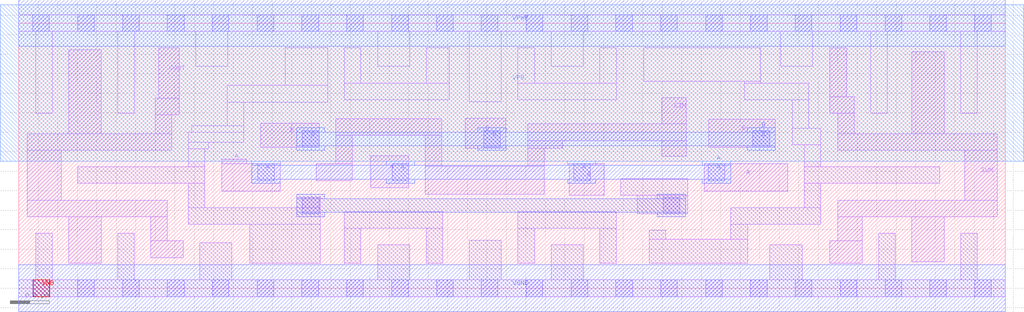
<source format=lef>
# Copyright 2020 The SkyWater PDK Authors
#
# Licensed under the Apache License, Version 2.0 (the "License");
# you may not use this file except in compliance with the License.
# You may obtain a copy of the License at
#
#     https://www.apache.org/licenses/LICENSE-2.0
#
# Unless required by applicable law or agreed to in writing, software
# distributed under the License is distributed on an "AS IS" BASIS,
# WITHOUT WARRANTIES OR CONDITIONS OF ANY KIND, either express or implied.
# See the License for the specific language governing permissions and
# limitations under the License.
#
# SPDX-License-Identifier: Apache-2.0

VERSION 5.7 ;
  NOWIREEXTENSIONATPIN ON ;
  DIVIDERCHAR "/" ;
  BUSBITCHARS "[]" ;
MACRO sky130_fd_sc_hd__fa_4
  CLASS CORE ;
  FOREIGN sky130_fd_sc_hd__fa_4 ;
  ORIGIN  0.000000  0.000000 ;
  SIZE  10.12000 BY  2.720000 ;
  SYMMETRY X Y R90 ;
  SITE unithd ;
  PIN A
    ANTENNAGATEAREA  0.633000 ;
    DIRECTION INPUT ;
    USE SIGNAL ;
    PORT
      LAYER li1 ;
        RECT 2.080000 0.995000 2.680000 1.275000 ;
        RECT 2.080000 1.275000 2.340000 1.325000 ;
      LAYER mcon ;
        RECT 2.450000 1.105000 2.620000 1.275000 ;
    END
    PORT
      LAYER li1 ;
        RECT 3.610000 1.030000 4.000000 1.360000 ;
      LAYER mcon ;
        RECT 3.830000 1.105000 4.000000 1.275000 ;
    END
    PORT
      LAYER li1 ;
        RECT 5.645000 0.955000 6.005000 1.275000 ;
      LAYER mcon ;
        RECT 5.690000 1.105000 5.860000 1.275000 ;
    END
    PORT
      LAYER li1 ;
        RECT 7.030000 0.995000 7.885000 1.275000 ;
      LAYER mcon ;
        RECT 7.070000 1.105000 7.240000 1.275000 ;
    END
    PORT
      LAYER met1 ;
        RECT 2.390000 1.075000 2.680000 1.120000 ;
        RECT 2.390000 1.120000 7.300000 1.260000 ;
        RECT 2.390000 1.260000 2.680000 1.305000 ;
        RECT 3.770000 1.075000 4.060000 1.120000 ;
        RECT 3.770000 1.260000 4.060000 1.305000 ;
        RECT 5.630000 1.075000 5.920000 1.120000 ;
        RECT 5.630000 1.260000 5.920000 1.305000 ;
        RECT 7.010000 1.075000 7.300000 1.120000 ;
        RECT 7.010000 1.260000 7.300000 1.305000 ;
    END
  END A
  PIN B
    ANTENNAGATEAREA  0.633000 ;
    DIRECTION INPUT ;
    USE SIGNAL ;
    PORT
      LAYER li1 ;
        RECT 2.480000 1.445000 3.080000 1.690000 ;
      LAYER mcon ;
        RECT 2.910000 1.445000 3.080000 1.615000 ;
    END
    PORT
      LAYER li1 ;
        RECT 4.580000 1.435000 4.995000 1.745000 ;
      LAYER mcon ;
        RECT 4.770000 1.445000 4.940000 1.615000 ;
    END
    PORT
      LAYER li1 ;
        RECT 7.075000 1.445000 7.760000 1.735000 ;
      LAYER mcon ;
        RECT 7.530000 1.445000 7.700000 1.615000 ;
    END
    PORT
      LAYER met1 ;
        RECT 2.850000 1.415000 3.140000 1.460000 ;
        RECT 2.850000 1.460000 7.760000 1.600000 ;
        RECT 2.850000 1.600000 3.140000 1.645000 ;
        RECT 4.710000 1.415000 5.000000 1.460000 ;
        RECT 4.710000 1.600000 5.000000 1.645000 ;
        RECT 7.470000 1.415000 7.760000 1.460000 ;
        RECT 7.470000 1.600000 7.760000 1.645000 ;
    END
  END B
  PIN CIN
    ANTENNAGATEAREA  0.477000 ;
    DIRECTION INPUT ;
    USE SIGNAL ;
    PORT
      LAYER li1 ;
        RECT 3.050000 1.105000 3.420000 1.275000 ;
        RECT 3.250000 1.275000 3.420000 1.570000 ;
        RECT 3.250000 1.570000 4.340000 1.740000 ;
        RECT 4.170000 0.965000 5.390000 1.250000 ;
        RECT 4.170000 1.250000 4.340000 1.570000 ;
        RECT 5.220000 1.250000 5.390000 1.435000 ;
        RECT 5.220000 1.435000 5.580000 1.515000 ;
        RECT 5.220000 1.515000 6.845000 1.685000 ;
        RECT 6.595000 1.355000 6.845000 1.515000 ;
        RECT 6.595000 1.685000 6.845000 1.955000 ;
    END
  END CIN
  PIN COUT
    ANTENNADIFFAREA  0.891000 ;
    DIRECTION OUTPUT ;
    USE SIGNAL ;
    PORT
      LAYER li1 ;
        RECT 0.085000 0.735000 1.525000 0.905000 ;
        RECT 0.085000 0.905000 0.435000 1.415000 ;
        RECT 0.085000 1.415000 1.570000 1.585000 ;
        RECT 0.515000 0.255000 0.845000 0.735000 ;
        RECT 0.515000 1.585000 0.845000 2.445000 ;
        RECT 1.355000 0.315000 1.685000 0.485000 ;
        RECT 1.355000 0.485000 1.525000 0.735000 ;
        RECT 1.400000 1.585000 1.570000 1.780000 ;
        RECT 1.400000 1.780000 1.645000 1.950000 ;
        RECT 1.435000 1.950000 1.645000 2.465000 ;
    END
  END COUT
  PIN SUM
    ANTENNADIFFAREA  0.943000 ;
    DIRECTION OUTPUT ;
    USE SIGNAL ;
    PORT
      LAYER li1 ;
        RECT 8.320000 0.255000  8.650000 0.485000 ;
        RECT 8.320000 1.795000  8.570000 1.965000 ;
        RECT 8.320000 1.965000  8.490000 2.465000 ;
        RECT 8.400000 0.485000  8.650000 0.735000 ;
        RECT 8.400000 0.735000 10.035000 0.905000 ;
        RECT 8.400000 1.415000 10.035000 1.585000 ;
        RECT 8.400000 1.585000  8.570000 1.795000 ;
        RECT 9.160000 0.270000  9.490000 0.735000 ;
        RECT 9.160000 1.585000  9.490000 2.425000 ;
        RECT 9.700000 0.905000 10.035000 1.415000 ;
    END
  END SUM
  PIN VGND
    DIRECTION INOUT ;
    SHAPE ABUTMENT ;
    USE GROUND ;
    PORT
      LAYER met1 ;
        RECT 0.000000 -0.240000 10.120000 0.240000 ;
    END
  END VGND
  PIN VNB
    DIRECTION INOUT ;
    USE GROUND ;
    PORT
      LAYER pwell ;
        RECT 0.150000 -0.085000 0.320000 0.085000 ;
    END
  END VNB
  PIN VPB
    DIRECTION INOUT ;
    USE POWER ;
    PORT
      LAYER nwell ;
        RECT -0.190000 1.305000 10.310000 2.910000 ;
    END
  END VPB
  PIN VPWR
    DIRECTION INOUT ;
    SHAPE ABUTMENT ;
    USE POWER ;
    PORT
      LAYER met1 ;
        RECT 0.000000 2.480000 10.120000 2.960000 ;
    END
  END VPWR
  OBS
    LAYER li1 ;
      RECT 0.000000 -0.085000 10.120000 0.085000 ;
      RECT 0.000000  2.635000 10.120000 2.805000 ;
      RECT 0.175000  0.085000  0.345000 0.565000 ;
      RECT 0.175000  1.795000  0.345000 2.635000 ;
      RECT 0.605000  1.075000  1.910000 1.245000 ;
      RECT 1.015000  0.085000  1.185000 0.565000 ;
      RECT 1.015000  1.795000  1.185000 2.635000 ;
      RECT 1.740000  0.655000  3.090000 0.825000 ;
      RECT 1.740000  0.825000  1.910000 1.075000 ;
      RECT 1.740000  1.245000  1.910000 1.430000 ;
      RECT 1.740000  1.430000  1.945000 1.495000 ;
      RECT 1.740000  1.495000  2.310000 1.600000 ;
      RECT 1.775000  1.600000  2.310000 1.665000 ;
      RECT 1.815000  2.275000  2.145000 2.635000 ;
      RECT 1.855000  0.085000  2.185000 0.465000 ;
      RECT 2.140000  1.665000  2.310000 1.910000 ;
      RECT 2.140000  1.910000  3.170000 2.080000 ;
      RECT 2.370000  0.255000  3.090000 0.655000 ;
      RECT 2.735000  2.080000  3.170000 2.465000 ;
      RECT 2.850000  0.825000  3.090000 0.935000 ;
      RECT 3.340000  0.255000  3.510000 0.615000 ;
      RECT 3.340000  0.615000  4.350000 0.785000 ;
      RECT 3.340000  1.935000  4.415000 2.105000 ;
      RECT 3.340000  2.105000  3.510000 2.465000 ;
      RECT 3.680000  0.085000  4.010000 0.445000 ;
      RECT 3.680000  2.275000  4.010000 2.635000 ;
      RECT 4.180000  0.255000  4.350000 0.615000 ;
      RECT 4.180000  2.105000  4.415000 2.465000 ;
      RECT 4.620000  0.085000  4.950000 0.490000 ;
      RECT 4.620000  1.915000  4.950000 2.635000 ;
      RECT 5.120000  0.255000  5.290000 0.615000 ;
      RECT 5.120000  0.615000  6.130000 0.785000 ;
      RECT 5.120000  1.935000  6.130000 2.105000 ;
      RECT 5.120000  2.105000  5.290000 2.465000 ;
      RECT 5.460000  0.085000  5.790000 0.445000 ;
      RECT 5.460000  2.275000  5.790000 2.635000 ;
      RECT 5.960000  0.255000  6.130000 0.615000 ;
      RECT 5.960000  2.105000  6.130000 2.465000 ;
      RECT 6.175000  0.955000  6.860000 1.125000 ;
      RECT 6.345000  0.765000  6.860000 0.955000 ;
      RECT 6.410000  2.125000  7.610000 2.465000 ;
      RECT 6.465000  0.255000  7.475000 0.505000 ;
      RECT 6.465000  0.505000  6.635000 0.595000 ;
      RECT 7.305000  0.505000  7.475000 0.655000 ;
      RECT 7.305000  0.655000  8.225000 0.825000 ;
      RECT 7.440000  1.935000  8.105000 2.105000 ;
      RECT 7.440000  2.105000  7.610000 2.125000 ;
      RECT 7.705000  0.085000  8.035000 0.445000 ;
      RECT 7.815000  2.275000  8.145000 2.635000 ;
      RECT 7.935000  1.470000  8.225000 1.640000 ;
      RECT 7.935000  1.640000  8.105000 1.935000 ;
      RECT 8.055000  0.825000  8.225000 1.075000 ;
      RECT 8.055000  1.075000  9.445000 1.245000 ;
      RECT 8.055000  1.245000  8.225000 1.470000 ;
      RECT 8.740000  1.795000  8.910000 2.635000 ;
      RECT 8.820000  0.085000  8.990000 0.565000 ;
      RECT 9.660000  0.085000  9.830000 0.565000 ;
      RECT 9.660000  1.795000  9.830000 2.635000 ;
    LAYER mcon ;
      RECT 0.145000 -0.085000 0.315000 0.085000 ;
      RECT 0.145000  2.635000 0.315000 2.805000 ;
      RECT 0.605000 -0.085000 0.775000 0.085000 ;
      RECT 0.605000  2.635000 0.775000 2.805000 ;
      RECT 1.065000 -0.085000 1.235000 0.085000 ;
      RECT 1.065000  2.635000 1.235000 2.805000 ;
      RECT 1.525000 -0.085000 1.695000 0.085000 ;
      RECT 1.525000  2.635000 1.695000 2.805000 ;
      RECT 1.985000 -0.085000 2.155000 0.085000 ;
      RECT 1.985000  2.635000 2.155000 2.805000 ;
      RECT 2.445000 -0.085000 2.615000 0.085000 ;
      RECT 2.445000  2.635000 2.615000 2.805000 ;
      RECT 2.905000 -0.085000 3.075000 0.085000 ;
      RECT 2.905000  2.635000 3.075000 2.805000 ;
      RECT 2.910000  0.765000 3.080000 0.935000 ;
      RECT 3.365000 -0.085000 3.535000 0.085000 ;
      RECT 3.365000  2.635000 3.535000 2.805000 ;
      RECT 3.825000 -0.085000 3.995000 0.085000 ;
      RECT 3.825000  2.635000 3.995000 2.805000 ;
      RECT 4.285000 -0.085000 4.455000 0.085000 ;
      RECT 4.285000  2.635000 4.455000 2.805000 ;
      RECT 4.745000 -0.085000 4.915000 0.085000 ;
      RECT 4.745000  2.635000 4.915000 2.805000 ;
      RECT 5.205000 -0.085000 5.375000 0.085000 ;
      RECT 5.205000  2.635000 5.375000 2.805000 ;
      RECT 5.665000 -0.085000 5.835000 0.085000 ;
      RECT 5.665000  2.635000 5.835000 2.805000 ;
      RECT 6.125000 -0.085000 6.295000 0.085000 ;
      RECT 6.125000  2.635000 6.295000 2.805000 ;
      RECT 6.585000 -0.085000 6.755000 0.085000 ;
      RECT 6.585000  2.635000 6.755000 2.805000 ;
      RECT 6.610000  0.765000 6.780000 0.935000 ;
      RECT 7.045000 -0.085000 7.215000 0.085000 ;
      RECT 7.045000  2.635000 7.215000 2.805000 ;
      RECT 7.505000 -0.085000 7.675000 0.085000 ;
      RECT 7.505000  2.635000 7.675000 2.805000 ;
      RECT 7.965000 -0.085000 8.135000 0.085000 ;
      RECT 7.965000  2.635000 8.135000 2.805000 ;
      RECT 8.425000 -0.085000 8.595000 0.085000 ;
      RECT 8.425000  2.635000 8.595000 2.805000 ;
      RECT 8.885000 -0.085000 9.055000 0.085000 ;
      RECT 8.885000  2.635000 9.055000 2.805000 ;
      RECT 9.345000 -0.085000 9.515000 0.085000 ;
      RECT 9.345000  2.635000 9.515000 2.805000 ;
      RECT 9.805000 -0.085000 9.975000 0.085000 ;
      RECT 9.805000  2.635000 9.975000 2.805000 ;
    LAYER met1 ;
      RECT 2.850000 0.735000 3.140000 0.780000 ;
      RECT 2.850000 0.780000 6.840000 0.920000 ;
      RECT 2.850000 0.920000 3.140000 0.965000 ;
      RECT 6.550000 0.735000 6.840000 0.780000 ;
      RECT 6.550000 0.920000 6.840000 0.965000 ;
  END
END sky130_fd_sc_hd__fa_4
END LIBRARY

</source>
